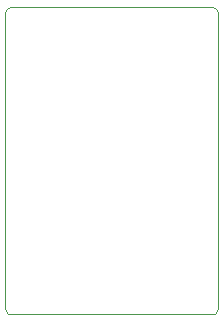
<source format=gko>
G04*
G04 #@! TF.GenerationSoftware,Altium Limited,Altium Designer,23.2.1 (34)*
G04*
G04 Layer_Color=16711935*
%FSLAX25Y25*%
%MOIN*%
G70*
G04*
G04 #@! TF.SameCoordinates,2D16543A-974C-4BE6-9D28-3C7F8BE36A88*
G04*
G04*
G04 #@! TF.FilePolarity,Positive*
G04*
G01*
G75*
%ADD69C,0.00000*%
D69*
X-33465Y51181D02*
X-34449Y50917D01*
X-35169Y50197D01*
X-35433Y49213D01*
X35433D02*
X35169Y50197D01*
X34449Y50917D01*
X33465Y51181D01*
Y-51181D02*
X34449Y-50917D01*
X35169Y-50197D01*
X35433Y-49213D01*
X-35433D02*
X-35169Y-50197D01*
X-34449Y-50917D01*
X-33465Y-51181D01*
X35433Y-49213D02*
Y49213D01*
X-33465Y-51181D02*
X33465D01*
X-33465Y51181D02*
X33465D01*
X-35433Y-49213D02*
Y49213D01*
M02*

</source>
